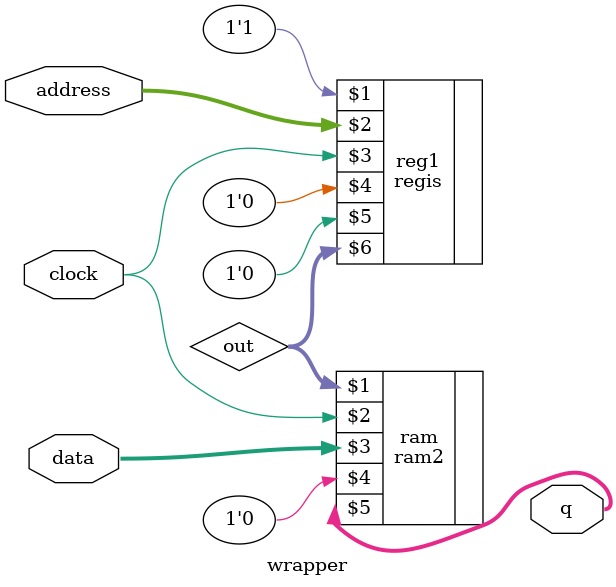
<source format=v>
module wrapper(
	address,
	clock,
	data,
	q);
	
	input	[4:0]  address;
	input	  clock;
	input	[3:0]  data;
	//input	  wren;
	output	[3:0]  q;
	
	wire [3:0] out;
	
	regis reg1(1'b1, address, clock, 1'b0, 1'b0, out);
	ram2 ram(out,clock,data,1'b0,q);
	
	
	endmodule
	
</source>
